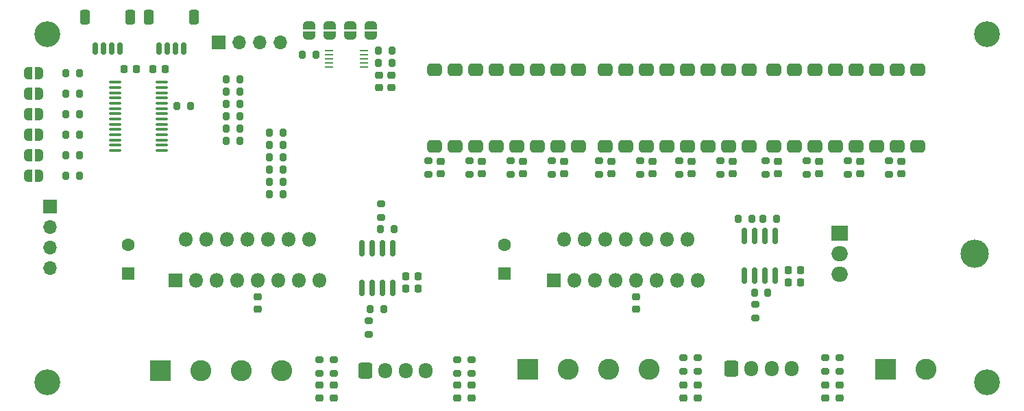
<source format=gts>
%TF.GenerationSoftware,KiCad,Pcbnew,(6.0.0)*%
%TF.CreationDate,2022-11-20T23:13:48-05:00*%
%TF.ProjectId,i2c l298p,69326320-6c32-4393-9870-2e6b69636164,rev?*%
%TF.SameCoordinates,Original*%
%TF.FileFunction,Soldermask,Top*%
%TF.FilePolarity,Negative*%
%FSLAX46Y46*%
G04 Gerber Fmt 4.6, Leading zero omitted, Abs format (unit mm)*
G04 Created by KiCad (PCBNEW (6.0.0)) date 2022-11-20 23:13:48*
%MOMM*%
%LPD*%
G01*
G04 APERTURE LIST*
G04 Aperture macros list*
%AMRoundRect*
0 Rectangle with rounded corners*
0 $1 Rounding radius*
0 $2 $3 $4 $5 $6 $7 $8 $9 X,Y pos of 4 corners*
0 Add a 4 corners polygon primitive as box body*
4,1,4,$2,$3,$4,$5,$6,$7,$8,$9,$2,$3,0*
0 Add four circle primitives for the rounded corners*
1,1,$1+$1,$2,$3*
1,1,$1+$1,$4,$5*
1,1,$1+$1,$6,$7*
1,1,$1+$1,$8,$9*
0 Add four rect primitives between the rounded corners*
20,1,$1+$1,$2,$3,$4,$5,0*
20,1,$1+$1,$4,$5,$6,$7,0*
20,1,$1+$1,$6,$7,$8,$9,0*
20,1,$1+$1,$8,$9,$2,$3,0*%
%AMFreePoly0*
4,1,22,0.500000,-0.750000,0.000000,-0.750000,0.000000,-0.745033,-0.079941,-0.743568,-0.215256,-0.701293,-0.333266,-0.622738,-0.424486,-0.514219,-0.481581,-0.384460,-0.499164,-0.250000,-0.500000,-0.250000,-0.500000,0.250000,-0.499164,0.250000,-0.499963,0.256109,-0.478152,0.396186,-0.417904,0.524511,-0.324060,0.630769,-0.204165,0.706417,-0.067858,0.745374,0.000000,0.744959,0.000000,0.750000,
0.500000,0.750000,0.500000,-0.750000,0.500000,-0.750000,$1*%
%AMFreePoly1*
4,1,20,0.000000,0.744959,0.073905,0.744508,0.209726,0.703889,0.328688,0.626782,0.421226,0.519385,0.479903,0.390333,0.500000,0.250000,0.500000,-0.250000,0.499851,-0.262216,0.476331,-0.402017,0.414519,-0.529596,0.319384,-0.634700,0.198574,-0.708877,0.061801,-0.746166,0.000000,-0.745033,0.000000,-0.750000,-0.500000,-0.750000,-0.500000,0.750000,0.000000,0.750000,0.000000,0.744959,
0.000000,0.744959,$1*%
G04 Aperture macros list end*
%ADD10R,2.600000X2.600000*%
%ADD11C,2.600000*%
%ADD12R,1.100000X0.250000*%
%ADD13RoundRect,0.225000X-0.250000X0.225000X-0.250000X-0.225000X0.250000X-0.225000X0.250000X0.225000X0*%
%ADD14RoundRect,0.200000X0.275000X-0.200000X0.275000X0.200000X-0.275000X0.200000X-0.275000X-0.200000X0*%
%ADD15RoundRect,0.200000X0.200000X0.275000X-0.200000X0.275000X-0.200000X-0.275000X0.200000X-0.275000X0*%
%ADD16RoundRect,0.200000X-0.275000X0.200000X-0.275000X-0.200000X0.275000X-0.200000X0.275000X0.200000X0*%
%ADD17RoundRect,0.334400X-0.555600X0.425600X-0.555600X-0.425600X0.555600X-0.425600X0.555600X0.425600X0*%
%ADD18RoundRect,0.218750X0.256250X-0.218750X0.256250X0.218750X-0.256250X0.218750X-0.256250X-0.218750X0*%
%ADD19RoundRect,0.225000X-0.225000X-0.250000X0.225000X-0.250000X0.225000X0.250000X-0.225000X0.250000X0*%
%ADD20FreePoly0,90.000000*%
%ADD21FreePoly1,90.000000*%
%ADD22RoundRect,0.250000X-0.600000X-0.725000X0.600000X-0.725000X0.600000X0.725000X-0.600000X0.725000X0*%
%ADD23O,1.700000X1.950000*%
%ADD24RoundRect,0.150000X-0.150000X0.825000X-0.150000X-0.825000X0.150000X-0.825000X0.150000X0.825000X0*%
%ADD25FreePoly0,0.000000*%
%ADD26FreePoly1,0.000000*%
%ADD27RoundRect,0.200000X-0.200000X-0.275000X0.200000X-0.275000X0.200000X0.275000X-0.200000X0.275000X0*%
%ADD28R,1.800000X1.800000*%
%ADD29O,1.800000X1.800000*%
%ADD30RoundRect,0.100000X-0.637500X-0.100000X0.637500X-0.100000X0.637500X0.100000X-0.637500X0.100000X0*%
%ADD31C,3.200000*%
%ADD32O,3.500000X3.500000*%
%ADD33R,2.000000X1.905000*%
%ADD34O,2.000000X1.905000*%
%ADD35RoundRect,0.150000X0.150000X0.625000X-0.150000X0.625000X-0.150000X-0.625000X0.150000X-0.625000X0*%
%ADD36RoundRect,0.250000X0.350000X0.650000X-0.350000X0.650000X-0.350000X-0.650000X0.350000X-0.650000X0*%
%ADD37R,1.600000X1.600000*%
%ADD38C,1.600000*%
%ADD39RoundRect,0.225000X0.225000X0.250000X-0.225000X0.250000X-0.225000X-0.250000X0.225000X-0.250000X0*%
%ADD40R,1.700000X1.700000*%
%ADD41O,1.700000X1.700000*%
G04 APERTURE END LIST*
D10*
%TO.C,J1*%
X197946000Y-125313000D03*
D11*
X202946000Y-125313000D03*
%TD*%
D12*
%TO.C,U8*%
X129168000Y-85868000D03*
X129168000Y-86368000D03*
X129168000Y-86868000D03*
X129168000Y-87368000D03*
X129168000Y-87868000D03*
X133468000Y-87868000D03*
X133468000Y-87368000D03*
X133468000Y-86868000D03*
X133468000Y-86368000D03*
X133468000Y-85868000D03*
%TD*%
D13*
%TO.C,C5*%
X199898000Y-99555000D03*
X199898000Y-101105000D03*
%TD*%
D14*
%TO.C,R47*%
X135636000Y-106489000D03*
X135636000Y-104839000D03*
%TD*%
D10*
%TO.C,J4*%
X153703000Y-125313000D03*
D11*
X158703000Y-125313000D03*
X163703000Y-125313000D03*
X168703000Y-125313000D03*
%TD*%
D15*
%TO.C,R49*%
X181419000Y-106680000D03*
X179769000Y-106680000D03*
%TD*%
D16*
%TO.C,R17*%
X177546000Y-99505000D03*
X177546000Y-101155000D03*
%TD*%
D17*
%TO.C,U1*%
X160020000Y-88204000D03*
X157480000Y-88204000D03*
X154940000Y-88204000D03*
X152400000Y-88204000D03*
X149860000Y-88204000D03*
X147320000Y-88204000D03*
X144780000Y-88204000D03*
X142240000Y-88204000D03*
X142240000Y-97724000D03*
X144780000Y-97724000D03*
X147320000Y-97724000D03*
X149860000Y-97724000D03*
X152400000Y-97724000D03*
X154940000Y-97724000D03*
X157480000Y-97724000D03*
X160020000Y-97724000D03*
%TD*%
D16*
%TO.C,R24*%
X151638000Y-99505000D03*
X151638000Y-101155000D03*
%TD*%
D13*
%TO.C,C10*%
X158242000Y-99555000D03*
X158242000Y-101105000D03*
%TD*%
D18*
%TO.C,D24*%
X145034000Y-128803500D03*
X145034000Y-127228500D03*
%TD*%
D19*
%TO.C,C23*%
X138671000Y-115316000D03*
X140221000Y-115316000D03*
%TD*%
D20*
%TO.C,JP8*%
X131826000Y-83962000D03*
D21*
X131826000Y-82662000D03*
%TD*%
D15*
%TO.C,R9*%
X118173000Y-93980000D03*
X116523000Y-93980000D03*
%TD*%
D22*
%TO.C,J5*%
X133664000Y-125459000D03*
D23*
X136164000Y-125459000D03*
X138664000Y-125459000D03*
X141164000Y-125459000D03*
%TD*%
D17*
%TO.C,U3*%
X181102000Y-88204000D03*
X178562000Y-88204000D03*
X176022000Y-88204000D03*
X173482000Y-88204000D03*
X170942000Y-88204000D03*
X168402000Y-88204000D03*
X165862000Y-88204000D03*
X163322000Y-88204000D03*
X163322000Y-97724000D03*
X165862000Y-97724000D03*
X168402000Y-97724000D03*
X170942000Y-97724000D03*
X173482000Y-97724000D03*
X176022000Y-97724000D03*
X178562000Y-97724000D03*
X181102000Y-97724000D03*
%TD*%
D18*
%TO.C,D23*%
X129794000Y-128803500D03*
X129794000Y-127228500D03*
%TD*%
D15*
%TO.C,R15*%
X135953000Y-117856000D03*
X134303000Y-117856000D03*
%TD*%
D16*
%TO.C,R18*%
X183134000Y-99505000D03*
X183134000Y-101155000D03*
%TD*%
D18*
%TO.C,D19*%
X128016000Y-128803500D03*
X128016000Y-127228500D03*
%TD*%
D24*
%TO.C,U9*%
X137033000Y-110301000D03*
X135763000Y-110301000D03*
X134493000Y-110301000D03*
X133223000Y-110301000D03*
X133223000Y-115251000D03*
X134493000Y-115251000D03*
X135763000Y-115251000D03*
X137033000Y-115251000D03*
%TD*%
D16*
%TO.C,R25*%
X141478000Y-99505000D03*
X141478000Y-101155000D03*
%TD*%
D25*
%TO.C,JP1*%
X92060000Y-88646000D03*
D26*
X93360000Y-88646000D03*
%TD*%
D16*
%TO.C,R19*%
X172466000Y-99505000D03*
X172466000Y-101155000D03*
%TD*%
D27*
%TO.C,R33*%
X96711000Y-88646000D03*
X98361000Y-88646000D03*
%TD*%
D19*
%TO.C,C20*%
X107429000Y-88138000D03*
X108979000Y-88138000D03*
%TD*%
D18*
%TO.C,D20*%
X146812000Y-128803500D03*
X146812000Y-127228500D03*
%TD*%
D16*
%TO.C,R32*%
X146812000Y-124143000D03*
X146812000Y-125793000D03*
%TD*%
D28*
%TO.C,U6*%
X110231000Y-114317000D03*
D29*
X111501000Y-109237000D03*
X112771000Y-114317000D03*
X114041000Y-109237000D03*
X115311000Y-114317000D03*
X116581000Y-109237000D03*
X117851000Y-114317000D03*
X119121000Y-109237000D03*
X120391000Y-114317000D03*
X121661000Y-109237000D03*
X122931000Y-114317000D03*
X124201000Y-109237000D03*
X125471000Y-114317000D03*
X126741000Y-109237000D03*
X128011000Y-114317000D03*
%TD*%
D22*
%TO.C,J3*%
X178876000Y-125222000D03*
D23*
X181376000Y-125222000D03*
X183876000Y-125222000D03*
X186376000Y-125222000D03*
%TD*%
D16*
%TO.C,R22*%
X193294000Y-99505000D03*
X193294000Y-101155000D03*
%TD*%
D13*
%TO.C,C4*%
X189738000Y-99555000D03*
X189738000Y-101105000D03*
%TD*%
D15*
%TO.C,R28*%
X183388000Y-115824000D03*
X181738000Y-115824000D03*
%TD*%
D19*
%TO.C,C26*%
X185928000Y-113030000D03*
X187478000Y-113030000D03*
%TD*%
D25*
%TO.C,JP5*%
X92060000Y-98806000D03*
D26*
X93360000Y-98806000D03*
%TD*%
D13*
%TO.C,C3*%
X173990000Y-99555000D03*
X173990000Y-101105000D03*
%TD*%
%TO.C,C7*%
X148082000Y-99555000D03*
X148082000Y-101105000D03*
%TD*%
D24*
%TO.C,U10*%
X184277000Y-108777000D03*
X183007000Y-108777000D03*
X181737000Y-108777000D03*
X180467000Y-108777000D03*
X180467000Y-113727000D03*
X181737000Y-113727000D03*
X183007000Y-113727000D03*
X184277000Y-113727000D03*
%TD*%
D18*
%TO.C,D21*%
X174752000Y-128803500D03*
X174752000Y-127228500D03*
%TD*%
D13*
%TO.C,C22*%
X136906000Y-88887000D03*
X136906000Y-90437000D03*
%TD*%
%TO.C,C13*%
X167132000Y-116319000D03*
X167132000Y-117869000D03*
%TD*%
D10*
%TO.C,J2*%
X108364000Y-125440000D03*
D11*
X113364000Y-125440000D03*
X118364000Y-125440000D03*
X123364000Y-125440000D03*
%TD*%
D16*
%TO.C,R48*%
X134112000Y-119317000D03*
X134112000Y-120967000D03*
%TD*%
D14*
%TO.C,R40*%
X174752000Y-125539000D03*
X174752000Y-123889000D03*
%TD*%
D30*
%TO.C,U5*%
X102801500Y-89755000D03*
X102801500Y-90405000D03*
X102801500Y-91055000D03*
X102801500Y-91705000D03*
X102801500Y-92355000D03*
X102801500Y-93005000D03*
X102801500Y-93655000D03*
X102801500Y-94305000D03*
X102801500Y-94955000D03*
X102801500Y-95605000D03*
X102801500Y-96255000D03*
X102801500Y-96905000D03*
X102801500Y-97555000D03*
X102801500Y-98205000D03*
X108526500Y-98205000D03*
X108526500Y-97555000D03*
X108526500Y-96905000D03*
X108526500Y-96255000D03*
X108526500Y-95605000D03*
X108526500Y-94955000D03*
X108526500Y-94305000D03*
X108526500Y-93655000D03*
X108526500Y-93005000D03*
X108526500Y-92355000D03*
X108526500Y-91705000D03*
X108526500Y-91055000D03*
X108526500Y-90405000D03*
X108526500Y-89755000D03*
%TD*%
D15*
%TO.C,R1*%
X123507000Y-96012000D03*
X121857000Y-96012000D03*
%TD*%
%TO.C,R7*%
X118173000Y-97028000D03*
X116523000Y-97028000D03*
%TD*%
D13*
%TO.C,C11*%
X169164000Y-99555000D03*
X169164000Y-101105000D03*
%TD*%
D31*
%TO.C,REF\u002A\u002A*%
X94400000Y-83834000D03*
%TD*%
D32*
%TO.C,U7*%
X208938000Y-110998000D03*
D33*
X192278000Y-108458000D03*
D34*
X192278000Y-110998000D03*
X192278000Y-113538000D03*
%TD*%
D27*
%TO.C,R44*%
X125921000Y-86360000D03*
X127571000Y-86360000D03*
%TD*%
D15*
%TO.C,R11*%
X118173000Y-90932000D03*
X116523000Y-90932000D03*
%TD*%
%TO.C,R16*%
X184467000Y-106680000D03*
X182817000Y-106680000D03*
%TD*%
D13*
%TO.C,C6*%
X194818000Y-99555000D03*
X194818000Y-101105000D03*
%TD*%
D15*
%TO.C,R45*%
X136969000Y-85852000D03*
X135319000Y-85852000D03*
%TD*%
D16*
%TO.C,R13*%
X162560000Y-99505000D03*
X162560000Y-101155000D03*
%TD*%
D25*
%TO.C,JP2*%
X92060000Y-91186000D03*
D26*
X93360000Y-91186000D03*
%TD*%
D18*
%TO.C,D18*%
X192278000Y-128803500D03*
X192278000Y-127228500D03*
%TD*%
D20*
%TO.C,JP10*%
X126746000Y-83962000D03*
D21*
X126746000Y-82662000D03*
%TD*%
D27*
%TO.C,R37*%
X96711000Y-98806000D03*
X98361000Y-98806000D03*
%TD*%
D16*
%TO.C,R26*%
X156718000Y-99505000D03*
X156718000Y-101155000D03*
%TD*%
D27*
%TO.C,R34*%
X96711000Y-91186000D03*
X98361000Y-91186000D03*
%TD*%
D15*
%TO.C,R6*%
X123507000Y-103632000D03*
X121857000Y-103632000D03*
%TD*%
D35*
%TO.C,J8*%
X103354000Y-85566000D03*
X102354000Y-85566000D03*
X101354000Y-85566000D03*
X100354000Y-85566000D03*
D36*
X99054000Y-81691000D03*
X104654000Y-81691000D03*
%TD*%
D27*
%TO.C,R36*%
X96711000Y-96266000D03*
X98361000Y-96266000D03*
%TD*%
D15*
%TO.C,R5*%
X123507000Y-102108000D03*
X121857000Y-102108000D03*
%TD*%
D13*
%TO.C,C1*%
X179070000Y-99555000D03*
X179070000Y-101105000D03*
%TD*%
D15*
%TO.C,R8*%
X118173000Y-95504000D03*
X116523000Y-95504000D03*
%TD*%
D18*
%TO.C,D17*%
X172974000Y-128803500D03*
X172974000Y-127228500D03*
%TD*%
D13*
%TO.C,C9*%
X143002000Y-99555000D03*
X143002000Y-101105000D03*
%TD*%
D27*
%TO.C,R39*%
X110427000Y-92710000D03*
X112077000Y-92710000D03*
%TD*%
D25*
%TO.C,JP6*%
X92060000Y-101346000D03*
D26*
X93360000Y-101346000D03*
%TD*%
D15*
%TO.C,R14*%
X137223000Y-107950000D03*
X135573000Y-107950000D03*
%TD*%
D25*
%TO.C,JP4*%
X92060000Y-96266000D03*
D26*
X93360000Y-96266000D03*
%TD*%
D31*
%TO.C,REF\u002A\u002A*%
X210479000Y-83834000D03*
%TD*%
D37*
%TO.C,C18*%
X104394000Y-113412651D03*
D38*
X104394000Y-109912651D03*
%TD*%
D20*
%TO.C,JP7*%
X134366000Y-83962000D03*
D21*
X134366000Y-82662000D03*
%TD*%
D18*
%TO.C,D22*%
X190500000Y-128803500D03*
X190500000Y-127228500D03*
%TD*%
D14*
%TO.C,R41*%
X190500000Y-125539000D03*
X190500000Y-123889000D03*
%TD*%
%TO.C,R43*%
X145034000Y-125793000D03*
X145034000Y-124143000D03*
%TD*%
D15*
%TO.C,R4*%
X123507000Y-100584000D03*
X121857000Y-100584000D03*
%TD*%
%TO.C,R3*%
X123507000Y-99060000D03*
X121857000Y-99060000D03*
%TD*%
D16*
%TO.C,R20*%
X188214000Y-99505000D03*
X188214000Y-101155000D03*
%TD*%
D25*
%TO.C,JP3*%
X92060000Y-93726000D03*
D26*
X93360000Y-93726000D03*
%TD*%
D31*
%TO.C,REF\u002A\u002A*%
X210479000Y-126913000D03*
%TD*%
D16*
%TO.C,R50*%
X181864000Y-117285000D03*
X181864000Y-118935000D03*
%TD*%
D13*
%TO.C,C21*%
X135382000Y-88887000D03*
X135382000Y-90437000D03*
%TD*%
%TO.C,C8*%
X153162000Y-99555000D03*
X153162000Y-101105000D03*
%TD*%
D37*
%TO.C,C16*%
X150876000Y-113412651D03*
D38*
X150876000Y-109912651D03*
%TD*%
D15*
%TO.C,R10*%
X118173000Y-92456000D03*
X116523000Y-92456000D03*
%TD*%
D39*
%TO.C,C17*%
X105423000Y-88138000D03*
X103873000Y-88138000D03*
%TD*%
D16*
%TO.C,R23*%
X146558000Y-99505000D03*
X146558000Y-101155000D03*
%TD*%
D19*
%TO.C,C25*%
X138671000Y-113792000D03*
X140221000Y-113792000D03*
%TD*%
D20*
%TO.C,JP9*%
X129286000Y-83962000D03*
D21*
X129286000Y-82662000D03*
%TD*%
D14*
%TO.C,R42*%
X129794000Y-125793000D03*
X129794000Y-124143000D03*
%TD*%
D19*
%TO.C,C24*%
X185915000Y-114554000D03*
X187465000Y-114554000D03*
%TD*%
D28*
%TO.C,U4*%
X156972000Y-114300000D03*
D29*
X158242000Y-109220000D03*
X159512000Y-114300000D03*
X160782000Y-109220000D03*
X162052000Y-114300000D03*
X163322000Y-109220000D03*
X164592000Y-114300000D03*
X165862000Y-109220000D03*
X167132000Y-114300000D03*
X168402000Y-109220000D03*
X169672000Y-114300000D03*
X170942000Y-109220000D03*
X172212000Y-114300000D03*
X173482000Y-109220000D03*
X174752000Y-114300000D03*
%TD*%
D27*
%TO.C,R35*%
X96711000Y-93726000D03*
X98361000Y-93726000D03*
%TD*%
%TO.C,R38*%
X96711000Y-101346000D03*
X98361000Y-101346000D03*
%TD*%
D16*
%TO.C,R27*%
X167640000Y-99505000D03*
X167640000Y-101155000D03*
%TD*%
D17*
%TO.C,U2*%
X201930000Y-88204000D03*
X199390000Y-88204000D03*
X196850000Y-88204000D03*
X194310000Y-88204000D03*
X191770000Y-88204000D03*
X189230000Y-88204000D03*
X186690000Y-88204000D03*
X184150000Y-88204000D03*
X184150000Y-97724000D03*
X186690000Y-97724000D03*
X189230000Y-97724000D03*
X191770000Y-97724000D03*
X194310000Y-97724000D03*
X196850000Y-97724000D03*
X199390000Y-97724000D03*
X201930000Y-97724000D03*
%TD*%
D16*
%TO.C,R31*%
X128016000Y-124143000D03*
X128016000Y-125793000D03*
%TD*%
D40*
%TO.C,J9*%
X94742000Y-105156000D03*
D41*
X94742000Y-107696000D03*
X94742000Y-110236000D03*
X94742000Y-112776000D03*
%TD*%
D15*
%TO.C,R12*%
X118173000Y-89408000D03*
X116523000Y-89408000D03*
%TD*%
D40*
%TO.C,J6*%
X115570000Y-84836000D03*
D41*
X118110000Y-84836000D03*
X120650000Y-84836000D03*
X123190000Y-84836000D03*
%TD*%
D13*
%TO.C,C2*%
X184658000Y-99555000D03*
X184658000Y-101105000D03*
%TD*%
%TO.C,C19*%
X120396000Y-116319000D03*
X120396000Y-117869000D03*
%TD*%
D31*
%TO.C,REF\u002A\u002A*%
X94400000Y-126913000D03*
%TD*%
D13*
%TO.C,C12*%
X164084000Y-99555000D03*
X164084000Y-101105000D03*
%TD*%
D16*
%TO.C,R29*%
X172974000Y-123889000D03*
X172974000Y-125539000D03*
%TD*%
%TO.C,R30*%
X192278000Y-123889000D03*
X192278000Y-125539000D03*
%TD*%
D15*
%TO.C,R46*%
X136969000Y-87376000D03*
X135319000Y-87376000D03*
%TD*%
%TO.C,R2*%
X123507000Y-97536000D03*
X121857000Y-97536000D03*
%TD*%
D16*
%TO.C,R21*%
X198374000Y-99505000D03*
X198374000Y-101155000D03*
%TD*%
D35*
%TO.C,J7*%
X111228000Y-85566000D03*
X110228000Y-85566000D03*
X109228000Y-85566000D03*
X108228000Y-85566000D03*
D36*
X106928000Y-81691000D03*
X112528000Y-81691000D03*
%TD*%
M02*

</source>
